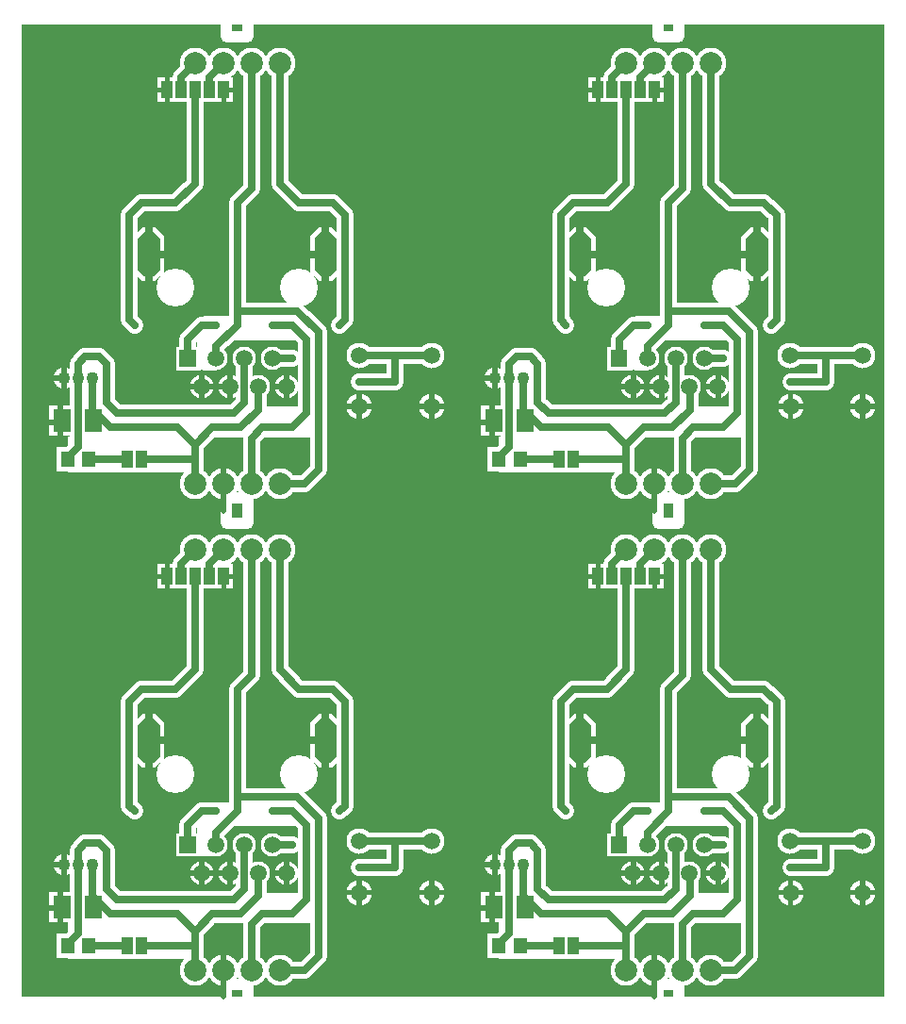
<source format=gbr>
%FSLAX34Y34*%
%MOMM*%
%LNCOPPER_BOTTOM*%
G71*
G01*
%ADD10C, 3.400*%
%ADD11C, 2.100*%
%ADD12C, 1.900*%
%ADD13C, 2.300*%
%ADD14C, 2.800*%
%ADD15C, 1.500*%
%ADD16C, 1.100*%
%ADD17C, 1.000*%
%ADD18C, 0.500*%
%ADD19R, 1.800X2.300*%
%ADD20C, 0.400*%
%ADD21C, 0.100*%
%ADD22C, 0.700*%
%ADD23R, 2.400X2.800*%
%ADD24R, 2.100X2.200*%
%ADD25C, 1.500*%
%ADD26C, 1.100*%
%ADD27C, 2.000*%
%ADD28C, 0.700*%
%ADD29R, 1.000X1.500*%
%ADD30R, 1.600X2.000*%
%ADD31R, 1.300X1.400*%
%LPD*%
G36*
X12Y12D02*
X775012Y12D01*
X775012Y-872988D01*
X12Y-872988D01*
X12Y12D01*
G37*
%LPC*%
X249224Y-236550D02*
G54D10*
D03*
X200012Y-300050D02*
G54D11*
D03*
X187212Y-325450D02*
G54D11*
D03*
X161812Y-325450D02*
G54D11*
D03*
X225412Y-300050D02*
G54D11*
D03*
G36*
X159712Y-310550D02*
X138712Y-310550D01*
X138712Y-289550D01*
X159712Y-289550D01*
X159712Y-310550D01*
G37*
X212612Y-325450D02*
G54D11*
D03*
X238012Y-325450D02*
G54D11*
D03*
X174612Y-300050D02*
G54D11*
D03*
X138100Y-236550D02*
G54D10*
D03*
G36*
X100312Y-190578D02*
X108502Y-182388D01*
X120122Y-182388D01*
X128312Y-190578D01*
X128312Y-222198D01*
X120122Y-230388D01*
X108502Y-230388D01*
X100312Y-222198D01*
X100312Y-190578D01*
G37*
G36*
X259012Y-190578D02*
X267202Y-182388D01*
X278822Y-182388D01*
X287012Y-190578D01*
X287012Y-222198D01*
X278822Y-230388D01*
X267202Y-230388D01*
X259012Y-222198D01*
X259012Y-190578D01*
G37*
X38112Y-317488D02*
G54D12*
D03*
X50787Y-317513D02*
G54D12*
D03*
X63487Y-317513D02*
G54D12*
D03*
X368312Y-342888D02*
G54D13*
D03*
X368287Y-296876D02*
G54D13*
D03*
X303212Y-342888D02*
G54D13*
D03*
X303200Y-297000D02*
G54D13*
D03*
X231762Y-412763D02*
G54D14*
D03*
X206362Y-412763D02*
G54D14*
D03*
X180962Y-412763D02*
G54D14*
D03*
X155562Y-412763D02*
G54D14*
D03*
X155562Y-34938D02*
G54D14*
D03*
X180912Y-34988D02*
G54D14*
D03*
X206362Y-34938D02*
G54D14*
D03*
X231762Y-34938D02*
G54D14*
D03*
G54D15*
X212712Y-327038D02*
X212712Y-346088D01*
X196837Y-361963D01*
X171437Y-361963D01*
X155562Y-377838D01*
X155562Y-409588D01*
G54D15*
X63487Y-317513D02*
X63487Y-346088D01*
X79362Y-361963D01*
X139687Y-361963D01*
X155562Y-377838D01*
G54D15*
X200012Y-298463D02*
X200012Y-339738D01*
X190487Y-349263D01*
X85712Y-349263D01*
X76187Y-339738D01*
G54D15*
X76187Y-339738D02*
X76187Y-304813D01*
X69837Y-298463D01*
G54D15*
X69837Y-298463D02*
X57137Y-298463D01*
X50787Y-304813D01*
X50787Y-317513D01*
G54D15*
X266700Y-300038D02*
X266700Y-400050D01*
X254000Y-412750D01*
X231774Y-412750D01*
X285750Y-269876D02*
G54D16*
D03*
X225412Y-269888D02*
G54D16*
D03*
G54D15*
X266700Y-300038D02*
X266700Y-276226D01*
X247650Y-257176D01*
X101587Y-361963D02*
G54D16*
D03*
X303200Y-320688D02*
G54D16*
D03*
G54D15*
X225412Y-300050D02*
X242874Y-300050D01*
X101600Y-269876D02*
G54D16*
D03*
X174612Y-269888D02*
G54D16*
D03*
X242874Y-300050D02*
G54D16*
D03*
X184200Y-434988D02*
G54D17*
D03*
X184200Y-431813D02*
G54D17*
D03*
X184200Y-428638D02*
G54D17*
D03*
X184200Y-425463D02*
G54D17*
D03*
X187374Y-425463D02*
G54D17*
D03*
X190550Y-425463D02*
G54D17*
D03*
X193724Y-425463D02*
G54D17*
D03*
X196900Y-425463D02*
G54D17*
D03*
X200074Y-425463D02*
G54D17*
D03*
X203250Y-425463D02*
G54D17*
D03*
X203250Y-428638D02*
G54D17*
D03*
X203250Y-431813D02*
G54D17*
D03*
X203250Y-434988D02*
G54D17*
D03*
X184200Y-1600D02*
G54D17*
D03*
X184200Y-4776D02*
G54D17*
D03*
X184200Y-7950D02*
G54D17*
D03*
X184200Y-11126D02*
G54D17*
D03*
X187374Y-11126D02*
G54D17*
D03*
X190550Y-11126D02*
G54D17*
D03*
X193724Y-11126D02*
G54D17*
D03*
X196900Y-11126D02*
G54D17*
D03*
X200074Y-11126D02*
G54D17*
D03*
X203250Y-11126D02*
G54D17*
D03*
X203250Y-7950D02*
G54D17*
D03*
X203250Y-4776D02*
G54D17*
D03*
X203250Y-1600D02*
G54D17*
D03*
X184200Y-436576D02*
G54D17*
D03*
X203250Y-436576D02*
G54D17*
D03*
X203250Y-433400D02*
G54D17*
D03*
X203250Y-430226D02*
G54D17*
D03*
X203250Y-427050D02*
G54D17*
D03*
X201662Y-425463D02*
G54D17*
D03*
X198487Y-425463D02*
G54D17*
D03*
X195312Y-425463D02*
G54D17*
D03*
X192137Y-425463D02*
G54D17*
D03*
X188962Y-425463D02*
G54D17*
D03*
X185787Y-425463D02*
G54D17*
D03*
X184200Y-427050D02*
G54D17*
D03*
X184200Y-430226D02*
G54D17*
D03*
X184200Y-433400D02*
G54D17*
D03*
X184200Y-3188D02*
G54D17*
D03*
X184200Y-6363D02*
G54D17*
D03*
X184200Y-9538D02*
G54D17*
D03*
X185787Y-11126D02*
G54D17*
D03*
X188962Y-11126D02*
G54D17*
D03*
X192137Y-11126D02*
G54D17*
D03*
X195312Y-11126D02*
G54D17*
D03*
X198487Y-11126D02*
G54D17*
D03*
X201662Y-11126D02*
G54D17*
D03*
X203250Y-9538D02*
G54D17*
D03*
X203250Y-6363D02*
G54D17*
D03*
X203250Y-3188D02*
G54D17*
D03*
X184200Y-13D02*
G54D17*
D03*
X203250Y-13D02*
G54D17*
D03*
G54D18*
X161924Y-325438D02*
X147637Y-325438D01*
G54D18*
X187324Y-325438D02*
X161924Y-325438D01*
G54D18*
X227012Y-325438D02*
X238124Y-325438D01*
G54D18*
X161924Y-338138D02*
X161924Y-312738D01*
G54D18*
X187324Y-338138D02*
X187324Y-312738D01*
G54D18*
X238124Y-338138D02*
X238124Y-312738D01*
G54D18*
X180974Y-395288D02*
X180974Y-436563D01*
G54D18*
X33337Y-357188D02*
X17462Y-357188D01*
G54D18*
X38100Y-303213D02*
X38100Y-330200D01*
G54D18*
X36512Y-317500D02*
X19050Y-317500D01*
G54D18*
X34924Y-339726D02*
X34924Y-376238D01*
X168274Y-58738D02*
G54D19*
D03*
X142874Y-58738D02*
G54D19*
D03*
X180974Y-58738D02*
G54D19*
D03*
X155574Y-58738D02*
G54D19*
D03*
G54D15*
X155574Y-34926D02*
X142874Y-47626D01*
X142874Y-53976D01*
G54D15*
X180974Y-34926D02*
X168274Y-47626D01*
X168274Y-55563D01*
X130174Y-58738D02*
G54D19*
D03*
G54D20*
X180974Y-58738D02*
X180974Y-73026D01*
G54D20*
X180974Y-58738D02*
X193674Y-58738D01*
G54D20*
X130174Y-58738D02*
X115887Y-58738D01*
G54D20*
X130174Y-41276D02*
X130174Y-76200D01*
G36*
X55512Y-342888D02*
X273012Y-342888D01*
X273012Y-369888D01*
X55512Y-369888D01*
X55512Y-342888D01*
G37*
G54D21*
X55512Y-342888D02*
X273012Y-342888D01*
X273012Y-369888D01*
X55512Y-369888D01*
X55512Y-342888D01*
G54D15*
X155574Y-58738D02*
X155574Y-142876D01*
X138112Y-160338D01*
G54D15*
X138112Y-160338D02*
X107950Y-160338D01*
X96837Y-171450D01*
G54D15*
X231774Y-34926D02*
X231774Y-142876D01*
X249237Y-160338D01*
G54D15*
X249237Y-160338D02*
X279400Y-160338D01*
X290512Y-171450D01*
G54D15*
X303212Y-296863D02*
X368300Y-296863D01*
G54D15*
X149224Y-300038D02*
X149224Y-282576D01*
X161924Y-269876D01*
X174624Y-269876D01*
G54D15*
X225424Y-269876D02*
X242887Y-269876D01*
X255587Y-282576D01*
G54D15*
X255587Y-282576D02*
X255587Y-349250D01*
X242887Y-361950D01*
G54D15*
X242887Y-361950D02*
X215900Y-361950D01*
X206374Y-371476D01*
X206374Y-412750D01*
G54D15*
X247650Y-257176D02*
X193674Y-257176D01*
G54D15*
X290512Y-171450D02*
X290512Y-265113D01*
X285750Y-269876D01*
G54D15*
X303212Y-320676D02*
X334962Y-320676D01*
X334962Y-296863D01*
G36*
X157212Y-274588D02*
X174612Y-274588D01*
X174612Y-309588D01*
X157212Y-309588D01*
X157212Y-274588D01*
G37*
G54D21*
X157212Y-274588D02*
X174612Y-274588D01*
X174612Y-309588D01*
X157212Y-309588D01*
X157212Y-274588D01*
G36*
X52412Y-301588D02*
X74612Y-301588D01*
X74612Y-311188D01*
X52412Y-311188D01*
X52412Y-299988D01*
X52412Y-301588D01*
G37*
G54D21*
X52412Y-301588D02*
X74612Y-301588D01*
X74612Y-311188D01*
X52412Y-311188D01*
X52412Y-299988D01*
X52412Y-301588D01*
G54D22*
X114300Y-206376D02*
X134937Y-206376D01*
G54D22*
X252412Y-206376D02*
X273050Y-206376D01*
G54D22*
X114300Y-177800D02*
X114300Y-233363D01*
G54D22*
X273050Y-177800D02*
X273050Y-233363D01*
G36*
X247612Y-282588D02*
X163512Y-282588D01*
X163512Y-261988D01*
X247612Y-261988D01*
X247612Y-282588D01*
G37*
G54D21*
X247612Y-282588D02*
X163512Y-282588D01*
X163512Y-261988D01*
X247612Y-261988D01*
X247612Y-282588D01*
G54D15*
X96750Y-171450D02*
X96750Y-265113D01*
X101512Y-269876D01*
G54D15*
X174624Y-298450D02*
X174624Y-288926D01*
X193674Y-269876D01*
X193674Y-160338D01*
G54D15*
X193674Y-160338D02*
X206374Y-147638D01*
X206374Y-34926D01*
G54D15*
X50800Y-317500D02*
X50800Y-379413D01*
X39687Y-390526D01*
X95250Y-390526D02*
G54D19*
D03*
X107950Y-390526D02*
G54D19*
D03*
G54D15*
X61912Y-390526D02*
X95250Y-390526D01*
G54D15*
X155574Y-390526D02*
X107950Y-390526D01*
G36*
X41312Y-369876D02*
X150812Y-369888D01*
X150812Y-401676D01*
X41274Y-401638D01*
X41312Y-369876D01*
G37*
G54D21*
X41312Y-369876D02*
X150812Y-369888D01*
X150812Y-401676D01*
X41274Y-401638D01*
X41312Y-369876D01*
X36512Y-355600D02*
G54D23*
D03*
X64512Y-355600D02*
G54D23*
D03*
X41275Y-390525D02*
G54D24*
D03*
X60275Y-390525D02*
G54D24*
D03*
X636574Y-236550D02*
G54D10*
D03*
X587362Y-300050D02*
G54D11*
D03*
X574562Y-325450D02*
G54D11*
D03*
X549162Y-325450D02*
G54D11*
D03*
X612762Y-300050D02*
G54D11*
D03*
G36*
X547062Y-310550D02*
X526062Y-310550D01*
X526062Y-289550D01*
X547062Y-289550D01*
X547062Y-310550D01*
G37*
X599962Y-325450D02*
G54D11*
D03*
X625362Y-325450D02*
G54D11*
D03*
X561962Y-300050D02*
G54D11*
D03*
X525450Y-236550D02*
G54D10*
D03*
G36*
X487662Y-190578D02*
X495852Y-182388D01*
X507472Y-182388D01*
X515662Y-190578D01*
X515662Y-222198D01*
X507472Y-230388D01*
X495852Y-230388D01*
X487662Y-222198D01*
X487662Y-190578D01*
G37*
G36*
X646362Y-190578D02*
X654552Y-182388D01*
X666172Y-182388D01*
X674362Y-190578D01*
X674362Y-222198D01*
X666172Y-230388D01*
X654552Y-230388D01*
X646362Y-222198D01*
X646362Y-190578D01*
G37*
X425462Y-317488D02*
G54D12*
D03*
X438137Y-317513D02*
G54D12*
D03*
X450837Y-317513D02*
G54D12*
D03*
X755662Y-342888D02*
G54D13*
D03*
X755637Y-296876D02*
G54D13*
D03*
X690562Y-342888D02*
G54D13*
D03*
X690550Y-297000D02*
G54D13*
D03*
X619112Y-412763D02*
G54D14*
D03*
X593712Y-412763D02*
G54D14*
D03*
X568312Y-412763D02*
G54D14*
D03*
X542912Y-412763D02*
G54D14*
D03*
X542912Y-34938D02*
G54D14*
D03*
X568262Y-34988D02*
G54D14*
D03*
X593712Y-34938D02*
G54D14*
D03*
X619112Y-34938D02*
G54D14*
D03*
G54D15*
X600062Y-327038D02*
X600062Y-346088D01*
X584187Y-361963D01*
X558787Y-361963D01*
X542912Y-377838D01*
X542912Y-409588D01*
G54D15*
X450837Y-317513D02*
X450837Y-346088D01*
X466712Y-361963D01*
X527037Y-361963D01*
X542912Y-377838D01*
G54D15*
X587362Y-298463D02*
X587362Y-339738D01*
X577837Y-349263D01*
X473062Y-349263D01*
X463537Y-339738D01*
G54D15*
X463537Y-339738D02*
X463537Y-304813D01*
X457187Y-298463D01*
G54D15*
X457187Y-298463D02*
X444487Y-298463D01*
X438137Y-304813D01*
X438137Y-317513D01*
G54D15*
X654050Y-300038D02*
X654050Y-400050D01*
X641350Y-412750D01*
X619124Y-412750D01*
X673100Y-269876D02*
G54D16*
D03*
X612762Y-269888D02*
G54D16*
D03*
G54D15*
X654050Y-300038D02*
X654050Y-276226D01*
X635000Y-257176D01*
X488937Y-361963D02*
G54D16*
D03*
X690550Y-320688D02*
G54D16*
D03*
G54D15*
X612762Y-300050D02*
X630224Y-300050D01*
X488950Y-269876D02*
G54D16*
D03*
X561962Y-269888D02*
G54D16*
D03*
X630224Y-300050D02*
G54D16*
D03*
X571550Y-434988D02*
G54D17*
D03*
X571550Y-431813D02*
G54D17*
D03*
X571550Y-428638D02*
G54D17*
D03*
X571550Y-425463D02*
G54D17*
D03*
X574724Y-425463D02*
G54D17*
D03*
X577900Y-425463D02*
G54D17*
D03*
X581074Y-425463D02*
G54D17*
D03*
X584250Y-425463D02*
G54D17*
D03*
X587424Y-425463D02*
G54D17*
D03*
X590600Y-425463D02*
G54D17*
D03*
X590600Y-428638D02*
G54D17*
D03*
X590600Y-431813D02*
G54D17*
D03*
X590600Y-434988D02*
G54D17*
D03*
X571550Y-1600D02*
G54D17*
D03*
X571550Y-4776D02*
G54D17*
D03*
X571550Y-7950D02*
G54D17*
D03*
X571550Y-11126D02*
G54D17*
D03*
X574724Y-11126D02*
G54D17*
D03*
X577900Y-11126D02*
G54D17*
D03*
X581074Y-11126D02*
G54D17*
D03*
X584250Y-11126D02*
G54D17*
D03*
X587424Y-11126D02*
G54D17*
D03*
X590600Y-11126D02*
G54D17*
D03*
X590600Y-7950D02*
G54D17*
D03*
X590600Y-4776D02*
G54D17*
D03*
X590600Y-1600D02*
G54D17*
D03*
X571550Y-436576D02*
G54D17*
D03*
X590600Y-436576D02*
G54D17*
D03*
X590600Y-433400D02*
G54D17*
D03*
X590600Y-430226D02*
G54D17*
D03*
X590600Y-427050D02*
G54D17*
D03*
X589012Y-425463D02*
G54D17*
D03*
X585837Y-425463D02*
G54D17*
D03*
X582662Y-425463D02*
G54D17*
D03*
X579487Y-425463D02*
G54D17*
D03*
X576312Y-425463D02*
G54D17*
D03*
X573137Y-425463D02*
G54D17*
D03*
X571550Y-427050D02*
G54D17*
D03*
X571550Y-430226D02*
G54D17*
D03*
X571550Y-433400D02*
G54D17*
D03*
X571550Y-3188D02*
G54D17*
D03*
X571550Y-6363D02*
G54D17*
D03*
X571550Y-9538D02*
G54D17*
D03*
X573137Y-11126D02*
G54D17*
D03*
X576312Y-11126D02*
G54D17*
D03*
X579487Y-11126D02*
G54D17*
D03*
X582662Y-11126D02*
G54D17*
D03*
X585837Y-11126D02*
G54D17*
D03*
X589012Y-11126D02*
G54D17*
D03*
X590600Y-9538D02*
G54D17*
D03*
X590600Y-6363D02*
G54D17*
D03*
X590600Y-3188D02*
G54D17*
D03*
X571550Y-13D02*
G54D17*
D03*
X590600Y-13D02*
G54D17*
D03*
G54D18*
X549274Y-325438D02*
X534987Y-325438D01*
G54D18*
X574674Y-325438D02*
X549274Y-325438D01*
G54D18*
X614362Y-325438D02*
X625474Y-325438D01*
G54D18*
X549274Y-338138D02*
X549274Y-312738D01*
G54D18*
X574674Y-338138D02*
X574674Y-312738D01*
G54D18*
X625474Y-338138D02*
X625474Y-312738D01*
G54D18*
X568324Y-395288D02*
X568324Y-436563D01*
G54D18*
X420687Y-357188D02*
X404812Y-357188D01*
G54D18*
X425450Y-303213D02*
X425450Y-330200D01*
G54D18*
X423862Y-317500D02*
X406400Y-317500D01*
G54D18*
X422274Y-339726D02*
X422274Y-376238D01*
X555624Y-58738D02*
G54D19*
D03*
X530224Y-58738D02*
G54D19*
D03*
X568324Y-58738D02*
G54D19*
D03*
X542924Y-58738D02*
G54D19*
D03*
G54D15*
X542924Y-34926D02*
X530224Y-47626D01*
X530224Y-53976D01*
G54D15*
X568324Y-34926D02*
X555624Y-47626D01*
X555624Y-55563D01*
X517524Y-58738D02*
G54D19*
D03*
G54D20*
X568324Y-58738D02*
X568324Y-73026D01*
G54D20*
X568324Y-58738D02*
X581024Y-58738D01*
G54D20*
X517524Y-58738D02*
X503237Y-58738D01*
G54D20*
X517524Y-41276D02*
X517524Y-76200D01*
G36*
X442862Y-342888D02*
X660362Y-342888D01*
X660362Y-369888D01*
X442862Y-369888D01*
X442862Y-342888D01*
G37*
G54D21*
X442862Y-342888D02*
X660362Y-342888D01*
X660362Y-369888D01*
X442862Y-369888D01*
X442862Y-342888D01*
G54D15*
X542924Y-58738D02*
X542924Y-142876D01*
X525462Y-160338D01*
G54D15*
X525462Y-160338D02*
X495300Y-160338D01*
X484187Y-171450D01*
G54D15*
X619124Y-34926D02*
X619124Y-142876D01*
X636587Y-160338D01*
G54D15*
X636587Y-160338D02*
X666750Y-160338D01*
X677862Y-171450D01*
G54D15*
X690562Y-296863D02*
X755650Y-296863D01*
G54D15*
X536574Y-300038D02*
X536574Y-282576D01*
X549274Y-269876D01*
X561974Y-269876D01*
G54D15*
X612774Y-269876D02*
X630237Y-269876D01*
X642937Y-282576D01*
G54D15*
X642937Y-282576D02*
X642937Y-349250D01*
X630237Y-361950D01*
G54D15*
X630237Y-361950D02*
X603250Y-361950D01*
X593724Y-371476D01*
X593724Y-412750D01*
G54D15*
X635000Y-257176D02*
X581024Y-257176D01*
G54D15*
X677862Y-171450D02*
X677862Y-265113D01*
X673100Y-269876D01*
G54D15*
X690562Y-320676D02*
X722312Y-320676D01*
X722312Y-296863D01*
G36*
X544562Y-274588D02*
X561962Y-274588D01*
X561962Y-309588D01*
X544562Y-309588D01*
X544562Y-274588D01*
G37*
G54D21*
X544562Y-274588D02*
X561962Y-274588D01*
X561962Y-309588D01*
X544562Y-309588D01*
X544562Y-274588D01*
G36*
X439762Y-301588D02*
X461962Y-301588D01*
X461962Y-311188D01*
X439762Y-311188D01*
X439762Y-299988D01*
X439762Y-301588D01*
G37*
G54D21*
X439762Y-301588D02*
X461962Y-301588D01*
X461962Y-311188D01*
X439762Y-311188D01*
X439762Y-299988D01*
X439762Y-301588D01*
G54D22*
X501650Y-206376D02*
X522287Y-206376D01*
G54D22*
X639762Y-206376D02*
X660400Y-206376D01*
G54D22*
X501650Y-177800D02*
X501650Y-233363D01*
G54D22*
X660400Y-177800D02*
X660400Y-233363D01*
G36*
X634962Y-282588D02*
X550862Y-282588D01*
X550862Y-261988D01*
X634962Y-261988D01*
X634962Y-282588D01*
G37*
G54D21*
X634962Y-282588D02*
X550862Y-282588D01*
X550862Y-261988D01*
X634962Y-261988D01*
X634962Y-282588D01*
G54D15*
X484100Y-171450D02*
X484100Y-265113D01*
X488862Y-269876D01*
G54D15*
X561974Y-298450D02*
X561974Y-288926D01*
X581024Y-269876D01*
X581024Y-160338D01*
G54D15*
X581024Y-160338D02*
X593724Y-147638D01*
X593724Y-34926D01*
G54D15*
X438150Y-317500D02*
X438150Y-379413D01*
X427037Y-390526D01*
X482600Y-390526D02*
G54D19*
D03*
X495300Y-390526D02*
G54D19*
D03*
G54D15*
X449262Y-390526D02*
X482600Y-390526D01*
G54D15*
X542924Y-390526D02*
X495300Y-390526D01*
G36*
X428662Y-369876D02*
X538162Y-369888D01*
X538162Y-401676D01*
X428624Y-401638D01*
X428662Y-369876D01*
G37*
G54D21*
X428662Y-369876D02*
X538162Y-369888D01*
X538162Y-401676D01*
X428624Y-401638D01*
X428662Y-369876D01*
X423862Y-355600D02*
G54D23*
D03*
X451862Y-355600D02*
G54D23*
D03*
X428625Y-390525D02*
G54D24*
D03*
X447625Y-390525D02*
G54D24*
D03*
X249224Y-673113D02*
G54D10*
D03*
X200012Y-736613D02*
G54D11*
D03*
X187212Y-762013D02*
G54D11*
D03*
X161812Y-762013D02*
G54D11*
D03*
X225412Y-736613D02*
G54D11*
D03*
G36*
X159712Y-747113D02*
X138712Y-747113D01*
X138712Y-726113D01*
X159712Y-726113D01*
X159712Y-747113D01*
G37*
X212612Y-762013D02*
G54D11*
D03*
X238012Y-762013D02*
G54D11*
D03*
X174612Y-736613D02*
G54D11*
D03*
X138100Y-673113D02*
G54D10*
D03*
G36*
X100312Y-627140D02*
X108502Y-618950D01*
X120122Y-618950D01*
X128312Y-627140D01*
X128312Y-658760D01*
X120122Y-666950D01*
X108502Y-666950D01*
X100312Y-658760D01*
X100312Y-627140D01*
G37*
G36*
X259012Y-627140D02*
X267202Y-618950D01*
X278822Y-618950D01*
X287012Y-627140D01*
X287012Y-658760D01*
X278822Y-666950D01*
X267202Y-666950D01*
X259012Y-658760D01*
X259012Y-627140D01*
G37*
X38112Y-754050D02*
G54D12*
D03*
X50787Y-754076D02*
G54D12*
D03*
X63487Y-754076D02*
G54D12*
D03*
X368312Y-779450D02*
G54D13*
D03*
X368287Y-733438D02*
G54D13*
D03*
X303212Y-779450D02*
G54D13*
D03*
X303200Y-733563D02*
G54D13*
D03*
X231762Y-849326D02*
G54D14*
D03*
X206362Y-849326D02*
G54D14*
D03*
X180962Y-849326D02*
G54D14*
D03*
X155562Y-849326D02*
G54D14*
D03*
X155562Y-471500D02*
G54D14*
D03*
X180912Y-471550D02*
G54D14*
D03*
X206362Y-471500D02*
G54D14*
D03*
X231762Y-471500D02*
G54D14*
D03*
G54D15*
X212712Y-763600D02*
X212712Y-782650D01*
X196837Y-798526D01*
X171437Y-798526D01*
X155562Y-814400D01*
X155562Y-846150D01*
G54D15*
X63487Y-754076D02*
X63487Y-782650D01*
X79362Y-798526D01*
X139687Y-798526D01*
X155562Y-814400D01*
G54D15*
X200012Y-735026D02*
X200012Y-776300D01*
X190487Y-785826D01*
X85712Y-785826D01*
X76187Y-776300D01*
G54D15*
X76187Y-776300D02*
X76187Y-741376D01*
X69837Y-735026D01*
G54D15*
X69837Y-735026D02*
X57137Y-735026D01*
X50787Y-741376D01*
X50787Y-754076D01*
G54D15*
X266700Y-736600D02*
X266700Y-836613D01*
X254000Y-849313D01*
X231774Y-849313D01*
X285750Y-706438D02*
G54D16*
D03*
X225412Y-706450D02*
G54D16*
D03*
G54D15*
X266700Y-736600D02*
X266700Y-712788D01*
X247650Y-693738D01*
X101587Y-798526D02*
G54D16*
D03*
X303200Y-757250D02*
G54D16*
D03*
G54D15*
X225412Y-736613D02*
X242874Y-736613D01*
X101600Y-706438D02*
G54D16*
D03*
X174612Y-706450D02*
G54D16*
D03*
X242874Y-736613D02*
G54D16*
D03*
X184200Y-871550D02*
G54D17*
D03*
X184200Y-868376D02*
G54D17*
D03*
X184200Y-865200D02*
G54D17*
D03*
X184200Y-862026D02*
G54D17*
D03*
X187374Y-862026D02*
G54D17*
D03*
X190550Y-862026D02*
G54D17*
D03*
X193724Y-862026D02*
G54D17*
D03*
X196900Y-862026D02*
G54D17*
D03*
X200074Y-862026D02*
G54D17*
D03*
X203250Y-862026D02*
G54D17*
D03*
X203250Y-865200D02*
G54D17*
D03*
X203250Y-868376D02*
G54D17*
D03*
X203250Y-871550D02*
G54D17*
D03*
X184200Y-438163D02*
G54D17*
D03*
X184200Y-441338D02*
G54D17*
D03*
X184200Y-444513D02*
G54D17*
D03*
X184200Y-447688D02*
G54D17*
D03*
X187374Y-447688D02*
G54D17*
D03*
X190550Y-447688D02*
G54D17*
D03*
X193724Y-447688D02*
G54D17*
D03*
X196900Y-447688D02*
G54D17*
D03*
X200074Y-447688D02*
G54D17*
D03*
X203250Y-447688D02*
G54D17*
D03*
X203250Y-444513D02*
G54D17*
D03*
X203250Y-441338D02*
G54D17*
D03*
X203250Y-438163D02*
G54D17*
D03*
X184200Y-873138D02*
G54D17*
D03*
X203250Y-873138D02*
G54D17*
D03*
X203250Y-869963D02*
G54D17*
D03*
X203250Y-866788D02*
G54D17*
D03*
X203250Y-863613D02*
G54D17*
D03*
X201662Y-862026D02*
G54D17*
D03*
X198487Y-862026D02*
G54D17*
D03*
X195312Y-862026D02*
G54D17*
D03*
X192137Y-862026D02*
G54D17*
D03*
X188962Y-862026D02*
G54D17*
D03*
X185787Y-862026D02*
G54D17*
D03*
X184200Y-863613D02*
G54D17*
D03*
X184200Y-866788D02*
G54D17*
D03*
X184200Y-869963D02*
G54D17*
D03*
X184200Y-439750D02*
G54D17*
D03*
X184200Y-442926D02*
G54D17*
D03*
X184200Y-446100D02*
G54D17*
D03*
X185787Y-447688D02*
G54D17*
D03*
X188962Y-447688D02*
G54D17*
D03*
X192137Y-447688D02*
G54D17*
D03*
X195312Y-447688D02*
G54D17*
D03*
X198487Y-447688D02*
G54D17*
D03*
X201662Y-447688D02*
G54D17*
D03*
X203250Y-446100D02*
G54D17*
D03*
X203250Y-442926D02*
G54D17*
D03*
X203250Y-439750D02*
G54D17*
D03*
X184200Y-436576D02*
G54D17*
D03*
X203250Y-436576D02*
G54D17*
D03*
G54D18*
X161924Y-762000D02*
X147637Y-762000D01*
G54D18*
X187324Y-762000D02*
X161924Y-762000D01*
G54D18*
X227012Y-762000D02*
X238124Y-762000D01*
G54D18*
X161924Y-774700D02*
X161924Y-749300D01*
G54D18*
X187324Y-774700D02*
X187324Y-749300D01*
G54D18*
X238124Y-774700D02*
X238124Y-749300D01*
G54D18*
X180974Y-831850D02*
X180974Y-873126D01*
G54D18*
X33337Y-793750D02*
X17462Y-793750D01*
G54D18*
X38100Y-739776D02*
X38100Y-766763D01*
G54D18*
X36512Y-754063D02*
X19050Y-754063D01*
G54D18*
X34924Y-776288D02*
X34924Y-812800D01*
X168274Y-495300D02*
G54D19*
D03*
X142874Y-495300D02*
G54D19*
D03*
X180974Y-495300D02*
G54D19*
D03*
X155574Y-495300D02*
G54D19*
D03*
G54D15*
X155574Y-471488D02*
X142874Y-484188D01*
X142874Y-490538D01*
G54D15*
X180974Y-471488D02*
X168274Y-484188D01*
X168274Y-492126D01*
X130174Y-495300D02*
G54D19*
D03*
G54D20*
X180974Y-495300D02*
X180974Y-509588D01*
G54D20*
X180974Y-495300D02*
X193674Y-495300D01*
G54D20*
X130174Y-495300D02*
X115887Y-495300D01*
G54D20*
X130174Y-477838D02*
X130174Y-512763D01*
G36*
X55512Y-779450D02*
X273012Y-779450D01*
X273012Y-806450D01*
X55512Y-806450D01*
X55512Y-779450D01*
G37*
G54D21*
X55512Y-779450D02*
X273012Y-779450D01*
X273012Y-806450D01*
X55512Y-806450D01*
X55512Y-779450D01*
G54D15*
X155574Y-495300D02*
X155574Y-579438D01*
X138112Y-596900D01*
G54D15*
X138112Y-596900D02*
X107950Y-596900D01*
X96837Y-608013D01*
G54D15*
X231774Y-471488D02*
X231774Y-579438D01*
X249237Y-596900D01*
G54D15*
X249237Y-596900D02*
X279400Y-596900D01*
X290512Y-608013D01*
G54D15*
X303212Y-733426D02*
X368300Y-733426D01*
G54D15*
X149224Y-736600D02*
X149224Y-719138D01*
X161924Y-706438D01*
X174624Y-706438D01*
G54D15*
X225424Y-706438D02*
X242887Y-706438D01*
X255587Y-719138D01*
G54D15*
X255587Y-719138D02*
X255587Y-785813D01*
X242887Y-798513D01*
G54D15*
X242887Y-798513D02*
X215900Y-798513D01*
X206374Y-808038D01*
X206374Y-849313D01*
G54D15*
X247650Y-693738D02*
X193674Y-693738D01*
G54D15*
X290512Y-608013D02*
X290512Y-701676D01*
X285750Y-706438D01*
G54D15*
X303212Y-757238D02*
X334962Y-757238D01*
X334962Y-733426D01*
G36*
X157212Y-711150D02*
X174612Y-711150D01*
X174612Y-746150D01*
X157212Y-746150D01*
X157212Y-711150D01*
G37*
G54D21*
X157212Y-711150D02*
X174612Y-711150D01*
X174612Y-746150D01*
X157212Y-746150D01*
X157212Y-711150D01*
G36*
X52412Y-738150D02*
X74612Y-738150D01*
X74612Y-747750D01*
X52412Y-747750D01*
X52412Y-736550D01*
X52412Y-738150D01*
G37*
G54D21*
X52412Y-738150D02*
X74612Y-738150D01*
X74612Y-747750D01*
X52412Y-747750D01*
X52412Y-736550D01*
X52412Y-738150D01*
G54D22*
X114300Y-642938D02*
X134937Y-642938D01*
G54D22*
X252412Y-642938D02*
X273050Y-642938D01*
G54D22*
X114300Y-614363D02*
X114300Y-669926D01*
G54D22*
X273050Y-614363D02*
X273050Y-669926D01*
G36*
X247612Y-719150D02*
X163512Y-719150D01*
X163512Y-698550D01*
X247612Y-698550D01*
X247612Y-719150D01*
G37*
G54D21*
X247612Y-719150D02*
X163512Y-719150D01*
X163512Y-698550D01*
X247612Y-698550D01*
X247612Y-719150D01*
G54D15*
X96750Y-608013D02*
X96750Y-701676D01*
X101512Y-706438D01*
G54D15*
X174624Y-735013D02*
X174624Y-725488D01*
X193674Y-706438D01*
X193674Y-596900D01*
G54D15*
X193674Y-596900D02*
X206374Y-584200D01*
X206374Y-471488D01*
G54D15*
X50800Y-754063D02*
X50800Y-815976D01*
X39687Y-827088D01*
X95250Y-827088D02*
G54D19*
D03*
X107950Y-827088D02*
G54D19*
D03*
G54D15*
X61912Y-827088D02*
X95250Y-827088D01*
G54D15*
X155574Y-827088D02*
X107950Y-827088D01*
G36*
X41312Y-806438D02*
X150812Y-806450D01*
X150812Y-838238D01*
X41274Y-838200D01*
X41312Y-806438D01*
G37*
G54D21*
X41312Y-806438D02*
X150812Y-806450D01*
X150812Y-838238D01*
X41274Y-838200D01*
X41312Y-806438D01*
X36512Y-792162D02*
G54D23*
D03*
X64512Y-792162D02*
G54D23*
D03*
X41275Y-827088D02*
G54D24*
D03*
X60275Y-827088D02*
G54D24*
D03*
X636574Y-673113D02*
G54D10*
D03*
X587362Y-736613D02*
G54D11*
D03*
X574562Y-762013D02*
G54D11*
D03*
X549162Y-762013D02*
G54D11*
D03*
X612762Y-736613D02*
G54D11*
D03*
G36*
X547062Y-747113D02*
X526062Y-747113D01*
X526062Y-726113D01*
X547062Y-726113D01*
X547062Y-747113D01*
G37*
X599962Y-762013D02*
G54D11*
D03*
X625362Y-762013D02*
G54D11*
D03*
X561962Y-736613D02*
G54D11*
D03*
X525450Y-673113D02*
G54D10*
D03*
G36*
X487662Y-627140D02*
X495852Y-618950D01*
X507472Y-618950D01*
X515662Y-627140D01*
X515662Y-658760D01*
X507472Y-666950D01*
X495852Y-666950D01*
X487662Y-658760D01*
X487662Y-627140D01*
G37*
G36*
X646362Y-627140D02*
X654552Y-618950D01*
X666172Y-618950D01*
X674362Y-627140D01*
X674362Y-658760D01*
X666172Y-666950D01*
X654552Y-666950D01*
X646362Y-658760D01*
X646362Y-627140D01*
G37*
X425462Y-754050D02*
G54D12*
D03*
X438137Y-754076D02*
G54D12*
D03*
X450837Y-754076D02*
G54D12*
D03*
X755662Y-779450D02*
G54D13*
D03*
X755637Y-733438D02*
G54D13*
D03*
X690562Y-779450D02*
G54D13*
D03*
X690550Y-733563D02*
G54D13*
D03*
X619112Y-849326D02*
G54D14*
D03*
X593712Y-849326D02*
G54D14*
D03*
X568312Y-849326D02*
G54D14*
D03*
X542912Y-849326D02*
G54D14*
D03*
X542912Y-471500D02*
G54D14*
D03*
X568262Y-471550D02*
G54D14*
D03*
X593712Y-471500D02*
G54D14*
D03*
X619112Y-471500D02*
G54D14*
D03*
G54D15*
X600062Y-763600D02*
X600062Y-782650D01*
X584187Y-798526D01*
X558787Y-798526D01*
X542912Y-814400D01*
X542912Y-846150D01*
G54D15*
X450837Y-754076D02*
X450837Y-782650D01*
X466712Y-798526D01*
X527037Y-798526D01*
X542912Y-814400D01*
G54D15*
X587362Y-735026D02*
X587362Y-776300D01*
X577837Y-785826D01*
X473062Y-785826D01*
X463537Y-776300D01*
G54D15*
X463537Y-776300D02*
X463537Y-741376D01*
X457187Y-735026D01*
G54D15*
X457187Y-735026D02*
X444487Y-735026D01*
X438137Y-741376D01*
X438137Y-754076D01*
G54D15*
X654050Y-736600D02*
X654050Y-836613D01*
X641350Y-849313D01*
X619124Y-849313D01*
X673100Y-706438D02*
G54D16*
D03*
X612762Y-706450D02*
G54D16*
D03*
G54D15*
X654050Y-736600D02*
X654050Y-712788D01*
X635000Y-693738D01*
X488937Y-798526D02*
G54D16*
D03*
X690550Y-757250D02*
G54D16*
D03*
G54D15*
X612762Y-736613D02*
X630224Y-736613D01*
X488950Y-706438D02*
G54D16*
D03*
X561962Y-706450D02*
G54D16*
D03*
X630224Y-736613D02*
G54D16*
D03*
X571550Y-871550D02*
G54D17*
D03*
X571550Y-868376D02*
G54D17*
D03*
X571550Y-865200D02*
G54D17*
D03*
X571550Y-862026D02*
G54D17*
D03*
X574724Y-862026D02*
G54D17*
D03*
X577900Y-862026D02*
G54D17*
D03*
X581074Y-862026D02*
G54D17*
D03*
X584250Y-862026D02*
G54D17*
D03*
X587424Y-862026D02*
G54D17*
D03*
X590600Y-862026D02*
G54D17*
D03*
X590600Y-865200D02*
G54D17*
D03*
X590600Y-868376D02*
G54D17*
D03*
X590600Y-871550D02*
G54D17*
D03*
X571550Y-438163D02*
G54D17*
D03*
X571550Y-441338D02*
G54D17*
D03*
X571550Y-444513D02*
G54D17*
D03*
X571550Y-447688D02*
G54D17*
D03*
X574724Y-447688D02*
G54D17*
D03*
X577900Y-447688D02*
G54D17*
D03*
X581074Y-447688D02*
G54D17*
D03*
X584250Y-447688D02*
G54D17*
D03*
X587424Y-447688D02*
G54D17*
D03*
X590600Y-447688D02*
G54D17*
D03*
X590600Y-444513D02*
G54D17*
D03*
X590600Y-441338D02*
G54D17*
D03*
X590600Y-438163D02*
G54D17*
D03*
X571550Y-873138D02*
G54D17*
D03*
X590600Y-873138D02*
G54D17*
D03*
X590600Y-869963D02*
G54D17*
D03*
X590600Y-866788D02*
G54D17*
D03*
X590600Y-863613D02*
G54D17*
D03*
X589012Y-862026D02*
G54D17*
D03*
X585837Y-862026D02*
G54D17*
D03*
X582662Y-862026D02*
G54D17*
D03*
X579487Y-862026D02*
G54D17*
D03*
X576312Y-862026D02*
G54D17*
D03*
X573137Y-862026D02*
G54D17*
D03*
X571550Y-863613D02*
G54D17*
D03*
X571550Y-866788D02*
G54D17*
D03*
X571550Y-869963D02*
G54D17*
D03*
X571550Y-439750D02*
G54D17*
D03*
X571550Y-442926D02*
G54D17*
D03*
X571550Y-446100D02*
G54D17*
D03*
X573137Y-447688D02*
G54D17*
D03*
X576312Y-447688D02*
G54D17*
D03*
X579487Y-447688D02*
G54D17*
D03*
X582662Y-447688D02*
G54D17*
D03*
X585837Y-447688D02*
G54D17*
D03*
X589012Y-447688D02*
G54D17*
D03*
X590600Y-446100D02*
G54D17*
D03*
X590600Y-442926D02*
G54D17*
D03*
X590600Y-439750D02*
G54D17*
D03*
X571550Y-436576D02*
G54D17*
D03*
X590600Y-436576D02*
G54D17*
D03*
G54D18*
X549274Y-762000D02*
X534987Y-762000D01*
G54D18*
X574674Y-762000D02*
X549274Y-762000D01*
G54D18*
X614362Y-762000D02*
X625474Y-762000D01*
G54D18*
X549274Y-774700D02*
X549274Y-749300D01*
G54D18*
X574674Y-774700D02*
X574674Y-749300D01*
G54D18*
X625474Y-774700D02*
X625474Y-749300D01*
G54D18*
X568324Y-831850D02*
X568324Y-873126D01*
G54D18*
X420687Y-793750D02*
X404812Y-793750D01*
G54D18*
X425450Y-739776D02*
X425450Y-766763D01*
G54D18*
X423862Y-754063D02*
X406400Y-754063D01*
G54D18*
X422274Y-776288D02*
X422274Y-812800D01*
X555624Y-495300D02*
G54D19*
D03*
X530224Y-495300D02*
G54D19*
D03*
X568324Y-495300D02*
G54D19*
D03*
X542924Y-495300D02*
G54D19*
D03*
G54D15*
X542924Y-471488D02*
X530224Y-484188D01*
X530224Y-490538D01*
G54D15*
X568324Y-471488D02*
X555624Y-484188D01*
X555624Y-492126D01*
X517524Y-495300D02*
G54D19*
D03*
G54D20*
X568324Y-495300D02*
X568324Y-509588D01*
G54D20*
X568324Y-495300D02*
X581024Y-495300D01*
G54D20*
X517524Y-495300D02*
X503237Y-495300D01*
G54D20*
X517524Y-477838D02*
X517524Y-512763D01*
G36*
X442862Y-779450D02*
X660362Y-779450D01*
X660362Y-806450D01*
X442862Y-806450D01*
X442862Y-779450D01*
G37*
G54D21*
X442862Y-779450D02*
X660362Y-779450D01*
X660362Y-806450D01*
X442862Y-806450D01*
X442862Y-779450D01*
G54D15*
X542924Y-495300D02*
X542924Y-579438D01*
X525462Y-596900D01*
G54D15*
X525462Y-596900D02*
X495300Y-596900D01*
X484187Y-608013D01*
G54D15*
X619124Y-471488D02*
X619124Y-579438D01*
X636587Y-596900D01*
G54D15*
X636587Y-596900D02*
X666750Y-596900D01*
X677862Y-608013D01*
G54D15*
X690562Y-733426D02*
X755650Y-733426D01*
G54D15*
X536574Y-736600D02*
X536574Y-719138D01*
X549274Y-706438D01*
X561974Y-706438D01*
G54D15*
X612774Y-706438D02*
X630237Y-706438D01*
X642937Y-719138D01*
G54D15*
X642937Y-719138D02*
X642937Y-785813D01*
X630237Y-798513D01*
G54D15*
X630237Y-798513D02*
X603250Y-798513D01*
X593724Y-808038D01*
X593724Y-849313D01*
G54D15*
X635000Y-693738D02*
X581024Y-693738D01*
G54D15*
X677862Y-608013D02*
X677862Y-701676D01*
X673100Y-706438D01*
G54D15*
X690562Y-757238D02*
X722312Y-757238D01*
X722312Y-733426D01*
G36*
X544562Y-711150D02*
X561962Y-711150D01*
X561962Y-746150D01*
X544562Y-746150D01*
X544562Y-711150D01*
G37*
G54D21*
X544562Y-711150D02*
X561962Y-711150D01*
X561962Y-746150D01*
X544562Y-746150D01*
X544562Y-711150D01*
G36*
X439762Y-738150D02*
X461962Y-738150D01*
X461962Y-747750D01*
X439762Y-747750D01*
X439762Y-736550D01*
X439762Y-738150D01*
G37*
G54D21*
X439762Y-738150D02*
X461962Y-738150D01*
X461962Y-747750D01*
X439762Y-747750D01*
X439762Y-736550D01*
X439762Y-738150D01*
G54D22*
X501650Y-642938D02*
X522287Y-642938D01*
G54D22*
X639762Y-642938D02*
X660400Y-642938D01*
G54D22*
X501650Y-614363D02*
X501650Y-669926D01*
G54D22*
X660400Y-614363D02*
X660400Y-669926D01*
G36*
X634962Y-719150D02*
X550862Y-719150D01*
X550862Y-698550D01*
X634962Y-698550D01*
X634962Y-719150D01*
G37*
G54D21*
X634962Y-719150D02*
X550862Y-719150D01*
X550862Y-698550D01*
X634962Y-698550D01*
X634962Y-719150D01*
G54D15*
X484100Y-608013D02*
X484100Y-701676D01*
X488862Y-706438D01*
G54D15*
X561974Y-735013D02*
X561974Y-725488D01*
X581024Y-706438D01*
X581024Y-596900D01*
G54D15*
X581024Y-596900D02*
X593724Y-584200D01*
X593724Y-471488D01*
G54D15*
X438150Y-754063D02*
X438150Y-815976D01*
X427037Y-827088D01*
X482600Y-827088D02*
G54D19*
D03*
X495300Y-827088D02*
G54D19*
D03*
G54D15*
X449262Y-827088D02*
X482600Y-827088D01*
G54D15*
X542924Y-827088D02*
X495300Y-827088D01*
G36*
X428662Y-806438D02*
X538162Y-806450D01*
X538162Y-838238D01*
X428624Y-838200D01*
X428662Y-806438D01*
G37*
G54D21*
X428662Y-806438D02*
X538162Y-806450D01*
X538162Y-838238D01*
X428624Y-838200D01*
X428662Y-806438D01*
X423862Y-792162D02*
G54D23*
D03*
X451862Y-792162D02*
G54D23*
D03*
X428625Y-827088D02*
G54D24*
D03*
X447625Y-827088D02*
G54D24*
D03*
%LPD*%
G54D18*
G36*
X370812Y-342888D02*
X370812Y-354888D01*
X365812Y-354888D01*
X365812Y-342888D01*
X370812Y-342888D01*
G37*
G36*
X368312Y-345388D02*
X356312Y-345388D01*
X356312Y-340388D01*
X368312Y-340388D01*
X368312Y-345388D01*
G37*
G36*
X365812Y-342888D02*
X365812Y-330888D01*
X370812Y-330888D01*
X370812Y-342888D01*
X365812Y-342888D01*
G37*
G36*
X368312Y-340388D02*
X380312Y-340388D01*
X380312Y-345388D01*
X368312Y-345388D01*
X368312Y-340388D01*
G37*
G54D18*
G36*
X305712Y-342888D02*
X305712Y-354888D01*
X300712Y-354888D01*
X300712Y-342888D01*
X305712Y-342888D01*
G37*
G36*
X303212Y-345388D02*
X291212Y-345388D01*
X291212Y-340388D01*
X303212Y-340388D01*
X303212Y-345388D01*
G37*
G36*
X300712Y-342888D02*
X300712Y-330888D01*
X305712Y-330888D01*
X305712Y-342888D01*
X300712Y-342888D01*
G37*
G36*
X303212Y-340388D02*
X315212Y-340388D01*
X315212Y-345388D01*
X303212Y-345388D01*
X303212Y-340388D01*
G37*
G54D18*
G36*
X758162Y-342888D02*
X758162Y-354888D01*
X753162Y-354888D01*
X753162Y-342888D01*
X758162Y-342888D01*
G37*
G36*
X755662Y-345388D02*
X743662Y-345388D01*
X743662Y-340388D01*
X755662Y-340388D01*
X755662Y-345388D01*
G37*
G36*
X753162Y-342888D02*
X753162Y-330888D01*
X758162Y-330888D01*
X758162Y-342888D01*
X753162Y-342888D01*
G37*
G36*
X755662Y-340388D02*
X767662Y-340388D01*
X767662Y-345388D01*
X755662Y-345388D01*
X755662Y-340388D01*
G37*
G54D18*
G36*
X693062Y-342888D02*
X693062Y-354888D01*
X688062Y-354888D01*
X688062Y-342888D01*
X693062Y-342888D01*
G37*
G36*
X690562Y-345388D02*
X678562Y-345388D01*
X678562Y-340388D01*
X690562Y-340388D01*
X690562Y-345388D01*
G37*
G36*
X688062Y-342888D02*
X688062Y-330888D01*
X693062Y-330888D01*
X693062Y-342888D01*
X688062Y-342888D01*
G37*
G36*
X690562Y-340388D02*
X702562Y-340388D01*
X702562Y-345388D01*
X690562Y-345388D01*
X690562Y-340388D01*
G37*
G54D18*
G36*
X370812Y-779450D02*
X370812Y-791450D01*
X365812Y-791450D01*
X365812Y-779450D01*
X370812Y-779450D01*
G37*
G36*
X368312Y-781950D02*
X356312Y-781950D01*
X356312Y-776950D01*
X368312Y-776950D01*
X368312Y-781950D01*
G37*
G36*
X365812Y-779450D02*
X365812Y-767450D01*
X370812Y-767450D01*
X370812Y-779450D01*
X365812Y-779450D01*
G37*
G36*
X368312Y-776950D02*
X380312Y-776950D01*
X380312Y-781950D01*
X368312Y-781950D01*
X368312Y-776950D01*
G37*
G54D18*
G36*
X305712Y-779450D02*
X305712Y-791450D01*
X300712Y-791450D01*
X300712Y-779450D01*
X305712Y-779450D01*
G37*
G36*
X303212Y-781950D02*
X291212Y-781950D01*
X291212Y-776950D01*
X303212Y-776950D01*
X303212Y-781950D01*
G37*
G36*
X300712Y-779450D02*
X300712Y-767450D01*
X305712Y-767450D01*
X305712Y-779450D01*
X300712Y-779450D01*
G37*
G36*
X303212Y-776950D02*
X315212Y-776950D01*
X315212Y-781950D01*
X303212Y-781950D01*
X303212Y-776950D01*
G37*
G54D18*
G36*
X758162Y-779450D02*
X758162Y-791450D01*
X753162Y-791450D01*
X753162Y-779450D01*
X758162Y-779450D01*
G37*
G36*
X755662Y-781950D02*
X743662Y-781950D01*
X743662Y-776950D01*
X755662Y-776950D01*
X755662Y-781950D01*
G37*
G36*
X753162Y-779450D02*
X753162Y-767450D01*
X758162Y-767450D01*
X758162Y-779450D01*
X753162Y-779450D01*
G37*
G36*
X755662Y-776950D02*
X767662Y-776950D01*
X767662Y-781950D01*
X755662Y-781950D01*
X755662Y-776950D01*
G37*
G54D18*
G36*
X693062Y-779450D02*
X693062Y-791450D01*
X688062Y-791450D01*
X688062Y-779450D01*
X693062Y-779450D01*
G37*
G36*
X690562Y-781950D02*
X678562Y-781950D01*
X678562Y-776950D01*
X690562Y-776950D01*
X690562Y-781950D01*
G37*
G36*
X688062Y-779450D02*
X688062Y-767450D01*
X693062Y-767450D01*
X693062Y-779450D01*
X688062Y-779450D01*
G37*
G36*
X690562Y-776950D02*
X702562Y-776950D01*
X702562Y-781950D01*
X690562Y-781950D01*
X690562Y-776950D01*
G37*
X200012Y-300050D02*
G54D25*
D03*
X187212Y-325450D02*
G54D25*
D03*
X161812Y-325450D02*
G54D25*
D03*
X225412Y-300050D02*
G54D25*
D03*
G36*
X156712Y-307550D02*
X141712Y-307550D01*
X141712Y-292550D01*
X156712Y-292550D01*
X156712Y-307550D01*
G37*
X212612Y-325450D02*
G54D25*
D03*
X238012Y-325450D02*
G54D25*
D03*
X174612Y-300050D02*
G54D25*
D03*
G36*
X104312Y-192238D02*
X110162Y-186388D01*
X118462Y-186388D01*
X124312Y-192238D01*
X124312Y-220538D01*
X118462Y-226388D01*
X110162Y-226388D01*
X104312Y-220538D01*
X104312Y-192238D01*
G37*
G36*
X263012Y-192238D02*
X268862Y-186388D01*
X277162Y-186388D01*
X283012Y-192238D01*
X283012Y-220538D01*
X277162Y-226388D01*
X268862Y-226388D01*
X263012Y-220538D01*
X263012Y-192238D01*
G37*
X38112Y-317488D02*
G54D26*
D03*
X50787Y-317513D02*
G54D26*
D03*
X63487Y-317513D02*
G54D26*
D03*
X368312Y-342888D02*
G54D25*
D03*
X368287Y-296876D02*
G54D25*
D03*
X303212Y-342888D02*
G54D25*
D03*
X303200Y-297000D02*
G54D25*
D03*
X231762Y-412763D02*
G54D27*
D03*
X206362Y-412763D02*
G54D27*
D03*
X180962Y-412763D02*
G54D27*
D03*
X155562Y-412763D02*
G54D27*
D03*
X155562Y-34938D02*
G54D27*
D03*
X180912Y-34988D02*
G54D27*
D03*
X206362Y-34938D02*
G54D27*
D03*
X231762Y-34938D02*
G54D27*
D03*
G54D22*
X212712Y-327038D02*
X212712Y-346088D01*
X196837Y-361963D01*
X171437Y-361963D01*
X155562Y-377838D01*
X155562Y-409588D01*
G54D22*
X63487Y-317513D02*
X63487Y-346088D01*
X79362Y-361963D01*
X139687Y-361963D01*
X155562Y-377838D01*
G54D22*
X200012Y-298463D02*
X200012Y-339738D01*
X190487Y-349263D01*
X85712Y-349263D01*
X76187Y-339738D01*
G54D22*
X76187Y-339738D02*
X76187Y-304813D01*
X69837Y-298463D01*
G54D22*
X69837Y-298463D02*
X57137Y-298463D01*
X50787Y-304813D01*
X50787Y-317513D01*
G54D22*
X266700Y-300038D02*
X266700Y-400050D01*
X254000Y-412750D01*
X231774Y-412750D01*
X285750Y-269876D02*
G54D28*
D03*
X225412Y-269888D02*
G54D28*
D03*
G54D22*
X266700Y-300038D02*
X266700Y-276226D01*
X247650Y-257176D01*
X101587Y-361963D02*
G54D28*
D03*
X303200Y-320688D02*
G54D28*
D03*
G54D22*
X225412Y-300050D02*
X242874Y-300050D01*
X101600Y-269876D02*
G54D28*
D03*
X174612Y-269888D02*
G54D28*
D03*
X242874Y-300050D02*
G54D28*
D03*
G54D18*
X161924Y-325438D02*
X147637Y-325438D01*
G54D18*
X187324Y-325438D02*
X161924Y-325438D01*
G54D18*
X227012Y-325438D02*
X238124Y-325438D01*
G54D18*
X161924Y-338138D02*
X161924Y-312738D01*
G54D18*
X187324Y-338138D02*
X187324Y-312738D01*
G54D18*
X238124Y-338138D02*
X238124Y-312738D01*
G54D18*
X180974Y-395288D02*
X180974Y-436563D01*
G54D18*
X33337Y-357188D02*
X17462Y-357188D01*
G54D18*
X38100Y-303213D02*
X38100Y-330200D01*
G54D18*
X36512Y-317500D02*
X19050Y-317500D01*
G54D18*
X34924Y-339726D02*
X34924Y-376238D01*
X168274Y-58738D02*
G54D29*
D03*
X142874Y-58738D02*
G54D29*
D03*
X180974Y-58738D02*
G54D29*
D03*
X155574Y-58738D02*
G54D29*
D03*
G54D22*
X155574Y-34926D02*
X142874Y-47626D01*
X142874Y-53976D01*
G54D22*
X180974Y-34926D02*
X168274Y-47626D01*
X168274Y-55563D01*
X130174Y-58738D02*
G54D29*
D03*
G54D20*
X180974Y-58738D02*
X180974Y-73026D01*
G54D20*
X180974Y-58738D02*
X193674Y-58738D01*
G54D20*
X130174Y-58738D02*
X115887Y-58738D01*
G54D20*
X130174Y-41276D02*
X130174Y-76200D01*
G54D22*
X155574Y-58738D02*
X155574Y-142876D01*
X138112Y-160338D01*
G54D22*
X138112Y-160338D02*
X107950Y-160338D01*
X96837Y-171450D01*
G54D22*
X231774Y-34926D02*
X231774Y-142876D01*
X249237Y-160338D01*
G54D22*
X249237Y-160338D02*
X279400Y-160338D01*
X290512Y-171450D01*
G54D22*
X303212Y-296863D02*
X368300Y-296863D01*
G54D22*
X149224Y-300038D02*
X149224Y-282576D01*
X161924Y-269876D01*
X174624Y-269876D01*
G54D22*
X225424Y-269876D02*
X242887Y-269876D01*
X255587Y-282576D01*
G54D22*
X255587Y-282576D02*
X255587Y-349250D01*
X242887Y-361950D01*
G54D22*
X242887Y-361950D02*
X215900Y-361950D01*
X206374Y-371476D01*
X206374Y-412750D01*
G54D22*
X247650Y-257176D02*
X193674Y-257176D01*
G54D22*
X290512Y-171450D02*
X290512Y-265113D01*
X285750Y-269876D01*
G54D22*
X303212Y-320676D02*
X334962Y-320676D01*
X334962Y-296863D01*
G54D22*
X114300Y-206376D02*
X134937Y-206376D01*
G54D22*
X252412Y-206376D02*
X273050Y-206376D01*
G54D22*
X114300Y-177800D02*
X114300Y-233363D01*
G54D22*
X273050Y-177800D02*
X273050Y-233363D01*
G54D22*
X96750Y-171450D02*
X96750Y-265113D01*
X101512Y-269876D01*
G54D22*
X174624Y-298450D02*
X174624Y-288926D01*
X193674Y-269876D01*
X193674Y-160338D01*
G54D22*
X193674Y-160338D02*
X206374Y-147638D01*
X206374Y-34926D01*
G54D22*
X50800Y-317500D02*
X50800Y-379413D01*
X39687Y-390526D01*
X95250Y-390526D02*
G54D29*
D03*
X107950Y-390526D02*
G54D29*
D03*
G54D22*
X61912Y-390526D02*
X95250Y-390526D01*
G54D22*
X155574Y-390526D02*
X107950Y-390526D01*
X36512Y-355600D02*
G54D30*
D03*
X64512Y-355600D02*
G54D30*
D03*
X41275Y-390525D02*
G54D31*
D03*
X60275Y-390525D02*
G54D31*
D03*
X587362Y-300050D02*
G54D25*
D03*
X574562Y-325450D02*
G54D25*
D03*
X549162Y-325450D02*
G54D25*
D03*
X612762Y-300050D02*
G54D25*
D03*
G36*
X544062Y-307550D02*
X529062Y-307550D01*
X529062Y-292550D01*
X544062Y-292550D01*
X544062Y-307550D01*
G37*
X599962Y-325450D02*
G54D25*
D03*
X625362Y-325450D02*
G54D25*
D03*
X561962Y-300050D02*
G54D25*
D03*
G36*
X491662Y-192238D02*
X497512Y-186388D01*
X505812Y-186388D01*
X511662Y-192238D01*
X511662Y-220538D01*
X505812Y-226388D01*
X497512Y-226388D01*
X491662Y-220538D01*
X491662Y-192238D01*
G37*
G36*
X650362Y-192238D02*
X656212Y-186388D01*
X664512Y-186388D01*
X670362Y-192238D01*
X670362Y-220538D01*
X664512Y-226388D01*
X656212Y-226388D01*
X650362Y-220538D01*
X650362Y-192238D01*
G37*
X425462Y-317488D02*
G54D26*
D03*
X438137Y-317513D02*
G54D26*
D03*
X450837Y-317513D02*
G54D26*
D03*
X755662Y-342888D02*
G54D25*
D03*
X755637Y-296876D02*
G54D25*
D03*
X690562Y-342888D02*
G54D25*
D03*
X690550Y-297000D02*
G54D25*
D03*
X619112Y-412763D02*
G54D27*
D03*
X593712Y-412763D02*
G54D27*
D03*
X568312Y-412763D02*
G54D27*
D03*
X542912Y-412763D02*
G54D27*
D03*
X542912Y-34938D02*
G54D27*
D03*
X568262Y-34988D02*
G54D27*
D03*
X593712Y-34938D02*
G54D27*
D03*
X619112Y-34938D02*
G54D27*
D03*
G54D22*
X600062Y-327038D02*
X600062Y-346088D01*
X584187Y-361963D01*
X558787Y-361963D01*
X542912Y-377838D01*
X542912Y-409588D01*
G54D22*
X450837Y-317513D02*
X450837Y-346088D01*
X466712Y-361963D01*
X527037Y-361963D01*
X542912Y-377838D01*
G54D22*
X587362Y-298463D02*
X587362Y-339738D01*
X577837Y-349263D01*
X473062Y-349263D01*
X463537Y-339738D01*
G54D22*
X463537Y-339738D02*
X463537Y-304813D01*
X457187Y-298463D01*
G54D22*
X457187Y-298463D02*
X444487Y-298463D01*
X438137Y-304813D01*
X438137Y-317513D01*
G54D22*
X654050Y-300038D02*
X654050Y-400050D01*
X641350Y-412750D01*
X619124Y-412750D01*
X673100Y-269876D02*
G54D28*
D03*
X612762Y-269888D02*
G54D28*
D03*
G54D22*
X654050Y-300038D02*
X654050Y-276226D01*
X635000Y-257176D01*
X488937Y-361963D02*
G54D28*
D03*
X690550Y-320688D02*
G54D28*
D03*
G54D22*
X612762Y-300050D02*
X630224Y-300050D01*
X488950Y-269876D02*
G54D28*
D03*
X561962Y-269888D02*
G54D28*
D03*
X630224Y-300050D02*
G54D28*
D03*
G54D18*
X549274Y-325438D02*
X534987Y-325438D01*
G54D18*
X574674Y-325438D02*
X549274Y-325438D01*
G54D18*
X614362Y-325438D02*
X625474Y-325438D01*
G54D18*
X549274Y-338138D02*
X549274Y-312738D01*
G54D18*
X574674Y-338138D02*
X574674Y-312738D01*
G54D18*
X625474Y-338138D02*
X625474Y-312738D01*
G54D18*
X568324Y-395288D02*
X568324Y-436563D01*
G54D18*
X420687Y-357188D02*
X404812Y-357188D01*
G54D18*
X425450Y-303213D02*
X425450Y-330200D01*
G54D18*
X423862Y-317500D02*
X406400Y-317500D01*
G54D18*
X422274Y-339726D02*
X422274Y-376238D01*
X555624Y-58738D02*
G54D29*
D03*
X530224Y-58738D02*
G54D29*
D03*
X568324Y-58738D02*
G54D29*
D03*
X542924Y-58738D02*
G54D29*
D03*
G54D22*
X542924Y-34926D02*
X530224Y-47626D01*
X530224Y-53976D01*
G54D22*
X568324Y-34926D02*
X555624Y-47626D01*
X555624Y-55563D01*
X517524Y-58738D02*
G54D29*
D03*
G54D20*
X568324Y-58738D02*
X568324Y-73026D01*
G54D20*
X568324Y-58738D02*
X581024Y-58738D01*
G54D20*
X517524Y-58738D02*
X503237Y-58738D01*
G54D20*
X517524Y-41276D02*
X517524Y-76200D01*
G54D22*
X542924Y-58738D02*
X542924Y-142876D01*
X525462Y-160338D01*
G54D22*
X525462Y-160338D02*
X495300Y-160338D01*
X484187Y-171450D01*
G54D22*
X619124Y-34926D02*
X619124Y-142876D01*
X636587Y-160338D01*
G54D22*
X636587Y-160338D02*
X666750Y-160338D01*
X677862Y-171450D01*
G54D22*
X690562Y-296863D02*
X755650Y-296863D01*
G54D22*
X536574Y-300038D02*
X536574Y-282576D01*
X549274Y-269876D01*
X561974Y-269876D01*
G54D22*
X612774Y-269876D02*
X630237Y-269876D01*
X642937Y-282576D01*
G54D22*
X642937Y-282576D02*
X642937Y-349250D01*
X630237Y-361950D01*
G54D22*
X630237Y-361950D02*
X603250Y-361950D01*
X593724Y-371476D01*
X593724Y-412750D01*
G54D22*
X635000Y-257176D02*
X581024Y-257176D01*
G54D22*
X677862Y-171450D02*
X677862Y-265113D01*
X673100Y-269876D01*
G54D22*
X690562Y-320676D02*
X722312Y-320676D01*
X722312Y-296863D01*
G54D22*
X501650Y-206376D02*
X522287Y-206376D01*
G54D22*
X639762Y-206376D02*
X660400Y-206376D01*
G54D22*
X501650Y-177800D02*
X501650Y-233363D01*
G54D22*
X660400Y-177800D02*
X660400Y-233363D01*
G54D22*
X484100Y-171450D02*
X484100Y-265113D01*
X488862Y-269876D01*
G54D22*
X561974Y-298450D02*
X561974Y-288926D01*
X581024Y-269876D01*
X581024Y-160338D01*
G54D22*
X581024Y-160338D02*
X593724Y-147638D01*
X593724Y-34926D01*
G54D22*
X438150Y-317500D02*
X438150Y-379413D01*
X427037Y-390526D01*
X482600Y-390526D02*
G54D29*
D03*
X495300Y-390526D02*
G54D29*
D03*
G54D22*
X449262Y-390526D02*
X482600Y-390526D01*
G54D22*
X542924Y-390526D02*
X495300Y-390526D01*
X423862Y-355600D02*
G54D30*
D03*
X451862Y-355600D02*
G54D30*
D03*
X428625Y-390525D02*
G54D31*
D03*
X447625Y-390525D02*
G54D31*
D03*
X200012Y-736613D02*
G54D25*
D03*
X187212Y-762013D02*
G54D25*
D03*
X161812Y-762013D02*
G54D25*
D03*
X225412Y-736613D02*
G54D25*
D03*
G36*
X156712Y-744113D02*
X141712Y-744113D01*
X141712Y-729113D01*
X156712Y-729113D01*
X156712Y-744113D01*
G37*
X212612Y-762013D02*
G54D25*
D03*
X238012Y-762013D02*
G54D25*
D03*
X174612Y-736613D02*
G54D25*
D03*
G36*
X104312Y-628800D02*
X110162Y-622950D01*
X118462Y-622950D01*
X124312Y-628800D01*
X124312Y-657100D01*
X118462Y-662950D01*
X110162Y-662950D01*
X104312Y-657100D01*
X104312Y-628800D01*
G37*
G36*
X263012Y-628800D02*
X268862Y-622950D01*
X277162Y-622950D01*
X283012Y-628800D01*
X283012Y-657100D01*
X277162Y-662950D01*
X268862Y-662950D01*
X263012Y-657100D01*
X263012Y-628800D01*
G37*
X38112Y-754050D02*
G54D26*
D03*
X50787Y-754076D02*
G54D26*
D03*
X63487Y-754076D02*
G54D26*
D03*
X368312Y-779450D02*
G54D25*
D03*
X368287Y-733438D02*
G54D25*
D03*
X303212Y-779450D02*
G54D25*
D03*
X303200Y-733563D02*
G54D25*
D03*
X231762Y-849326D02*
G54D27*
D03*
X206362Y-849326D02*
G54D27*
D03*
X180962Y-849326D02*
G54D27*
D03*
X155562Y-849326D02*
G54D27*
D03*
X155562Y-471500D02*
G54D27*
D03*
X180912Y-471550D02*
G54D27*
D03*
X206362Y-471500D02*
G54D27*
D03*
X231762Y-471500D02*
G54D27*
D03*
G54D22*
X212712Y-763600D02*
X212712Y-782650D01*
X196837Y-798526D01*
X171437Y-798526D01*
X155562Y-814400D01*
X155562Y-846150D01*
G54D22*
X63487Y-754076D02*
X63487Y-782650D01*
X79362Y-798526D01*
X139687Y-798526D01*
X155562Y-814400D01*
G54D22*
X200012Y-735026D02*
X200012Y-776300D01*
X190487Y-785826D01*
X85712Y-785826D01*
X76187Y-776300D01*
G54D22*
X76187Y-776300D02*
X76187Y-741376D01*
X69837Y-735026D01*
G54D22*
X69837Y-735026D02*
X57137Y-735026D01*
X50787Y-741376D01*
X50787Y-754076D01*
G54D22*
X266700Y-736600D02*
X266700Y-836613D01*
X254000Y-849313D01*
X231774Y-849313D01*
X285750Y-706438D02*
G54D28*
D03*
X225412Y-706450D02*
G54D28*
D03*
G54D22*
X266700Y-736600D02*
X266700Y-712788D01*
X247650Y-693738D01*
X101587Y-798526D02*
G54D28*
D03*
X303200Y-757250D02*
G54D28*
D03*
G54D22*
X225412Y-736613D02*
X242874Y-736613D01*
X101600Y-706438D02*
G54D28*
D03*
X174612Y-706450D02*
G54D28*
D03*
X242874Y-736613D02*
G54D28*
D03*
G54D18*
X161924Y-762000D02*
X147637Y-762000D01*
G54D18*
X187324Y-762000D02*
X161924Y-762000D01*
G54D18*
X227012Y-762000D02*
X238124Y-762000D01*
G54D18*
X161924Y-774700D02*
X161924Y-749300D01*
G54D18*
X187324Y-774700D02*
X187324Y-749300D01*
G54D18*
X238124Y-774700D02*
X238124Y-749300D01*
G54D18*
X180974Y-831850D02*
X180974Y-873126D01*
G54D18*
X33337Y-793750D02*
X17462Y-793750D01*
G54D18*
X38100Y-739776D02*
X38100Y-766763D01*
G54D18*
X36512Y-754063D02*
X19050Y-754063D01*
G54D18*
X34924Y-776288D02*
X34924Y-812800D01*
X168274Y-495300D02*
G54D29*
D03*
X142874Y-495300D02*
G54D29*
D03*
X180974Y-495300D02*
G54D29*
D03*
X155574Y-495300D02*
G54D29*
D03*
G54D22*
X155574Y-471488D02*
X142874Y-484188D01*
X142874Y-490538D01*
G54D22*
X180974Y-471488D02*
X168274Y-484188D01*
X168274Y-492126D01*
X130174Y-495300D02*
G54D29*
D03*
G54D20*
X180974Y-495300D02*
X180974Y-509588D01*
G54D20*
X180974Y-495300D02*
X193674Y-495300D01*
G54D20*
X130174Y-495300D02*
X115887Y-495300D01*
G54D20*
X130174Y-477838D02*
X130174Y-512763D01*
G54D22*
X155574Y-495300D02*
X155574Y-579438D01*
X138112Y-596900D01*
G54D22*
X138112Y-596900D02*
X107950Y-596900D01*
X96837Y-608013D01*
G54D22*
X231774Y-471488D02*
X231774Y-579438D01*
X249237Y-596900D01*
G54D22*
X249237Y-596900D02*
X279400Y-596900D01*
X290512Y-608013D01*
G54D22*
X303212Y-733426D02*
X368300Y-733426D01*
G54D22*
X149224Y-736600D02*
X149224Y-719138D01*
X161924Y-706438D01*
X174624Y-706438D01*
G54D22*
X225424Y-706438D02*
X242887Y-706438D01*
X255587Y-719138D01*
G54D22*
X255587Y-719138D02*
X255587Y-785813D01*
X242887Y-798513D01*
G54D22*
X242887Y-798513D02*
X215900Y-798513D01*
X206374Y-808038D01*
X206374Y-849313D01*
G54D22*
X247650Y-693738D02*
X193674Y-693738D01*
G54D22*
X290512Y-608013D02*
X290512Y-701676D01*
X285750Y-706438D01*
G54D22*
X303212Y-757238D02*
X334962Y-757238D01*
X334962Y-733426D01*
G54D22*
X114300Y-642938D02*
X134937Y-642938D01*
G54D22*
X252412Y-642938D02*
X273050Y-642938D01*
G54D22*
X114300Y-614363D02*
X114300Y-669926D01*
G54D22*
X273050Y-614363D02*
X273050Y-669926D01*
G54D22*
X96750Y-608013D02*
X96750Y-701676D01*
X101512Y-706438D01*
G54D22*
X174624Y-735013D02*
X174624Y-725488D01*
X193674Y-706438D01*
X193674Y-596900D01*
G54D22*
X193674Y-596900D02*
X206374Y-584200D01*
X206374Y-471488D01*
G54D22*
X50800Y-754063D02*
X50800Y-815976D01*
X39687Y-827088D01*
X95250Y-827088D02*
G54D29*
D03*
X107950Y-827088D02*
G54D29*
D03*
G54D22*
X61912Y-827088D02*
X95250Y-827088D01*
G54D22*
X155574Y-827088D02*
X107950Y-827088D01*
X36512Y-792162D02*
G54D30*
D03*
X64512Y-792162D02*
G54D30*
D03*
X41275Y-827088D02*
G54D31*
D03*
X60275Y-827088D02*
G54D31*
D03*
X587362Y-736613D02*
G54D25*
D03*
X574562Y-762013D02*
G54D25*
D03*
X549162Y-762013D02*
G54D25*
D03*
X612762Y-736613D02*
G54D25*
D03*
G36*
X544062Y-744113D02*
X529062Y-744113D01*
X529062Y-729113D01*
X544062Y-729113D01*
X544062Y-744113D01*
G37*
X599962Y-762013D02*
G54D25*
D03*
X625362Y-762013D02*
G54D25*
D03*
X561962Y-736613D02*
G54D25*
D03*
G36*
X491662Y-628800D02*
X497512Y-622950D01*
X505812Y-622950D01*
X511662Y-628800D01*
X511662Y-657100D01*
X505812Y-662950D01*
X497512Y-662950D01*
X491662Y-657100D01*
X491662Y-628800D01*
G37*
G36*
X650362Y-628800D02*
X656212Y-622950D01*
X664512Y-622950D01*
X670362Y-628800D01*
X670362Y-657100D01*
X664512Y-662950D01*
X656212Y-662950D01*
X650362Y-657100D01*
X650362Y-628800D01*
G37*
X425462Y-754050D02*
G54D26*
D03*
X438137Y-754076D02*
G54D26*
D03*
X450837Y-754076D02*
G54D26*
D03*
X755662Y-779450D02*
G54D25*
D03*
X755637Y-733438D02*
G54D25*
D03*
X690562Y-779450D02*
G54D25*
D03*
X690550Y-733563D02*
G54D25*
D03*
X619112Y-849326D02*
G54D27*
D03*
X593712Y-849326D02*
G54D27*
D03*
X568312Y-849326D02*
G54D27*
D03*
X542912Y-849326D02*
G54D27*
D03*
X542912Y-471500D02*
G54D27*
D03*
X568262Y-471550D02*
G54D27*
D03*
X593712Y-471500D02*
G54D27*
D03*
X619112Y-471500D02*
G54D27*
D03*
G54D22*
X600062Y-763600D02*
X600062Y-782650D01*
X584187Y-798526D01*
X558787Y-798526D01*
X542912Y-814400D01*
X542912Y-846150D01*
G54D22*
X450837Y-754076D02*
X450837Y-782650D01*
X466712Y-798526D01*
X527037Y-798526D01*
X542912Y-814400D01*
G54D22*
X587362Y-735026D02*
X587362Y-776300D01*
X577837Y-785826D01*
X473062Y-785826D01*
X463537Y-776300D01*
G54D22*
X463537Y-776300D02*
X463537Y-741376D01*
X457187Y-735026D01*
G54D22*
X457187Y-735026D02*
X444487Y-735026D01*
X438137Y-741376D01*
X438137Y-754076D01*
G54D22*
X654050Y-736600D02*
X654050Y-836613D01*
X641350Y-849313D01*
X619124Y-849313D01*
X673100Y-706438D02*
G54D28*
D03*
X612762Y-706450D02*
G54D28*
D03*
G54D22*
X654050Y-736600D02*
X654050Y-712788D01*
X635000Y-693738D01*
X488937Y-798526D02*
G54D28*
D03*
X690550Y-757250D02*
G54D28*
D03*
G54D22*
X612762Y-736613D02*
X630224Y-736613D01*
X488950Y-706438D02*
G54D28*
D03*
X561962Y-706450D02*
G54D28*
D03*
X630224Y-736613D02*
G54D28*
D03*
G54D18*
X549274Y-762000D02*
X534987Y-762000D01*
G54D18*
X574674Y-762000D02*
X549274Y-762000D01*
G54D18*
X614362Y-762000D02*
X625474Y-762000D01*
G54D18*
X549274Y-774700D02*
X549274Y-749300D01*
G54D18*
X574674Y-774700D02*
X574674Y-749300D01*
G54D18*
X625474Y-774700D02*
X625474Y-749300D01*
G54D18*
X568324Y-831850D02*
X568324Y-873126D01*
G54D18*
X420687Y-793750D02*
X404812Y-793750D01*
G54D18*
X425450Y-739776D02*
X425450Y-766763D01*
G54D18*
X423862Y-754063D02*
X406400Y-754063D01*
G54D18*
X422274Y-776288D02*
X422274Y-812800D01*
X555624Y-495300D02*
G54D29*
D03*
X530224Y-495300D02*
G54D29*
D03*
X568324Y-495300D02*
G54D29*
D03*
X542924Y-495300D02*
G54D29*
D03*
G54D22*
X542924Y-471488D02*
X530224Y-484188D01*
X530224Y-490538D01*
G54D22*
X568324Y-471488D02*
X555624Y-484188D01*
X555624Y-492126D01*
X517524Y-495300D02*
G54D29*
D03*
G54D20*
X568324Y-495300D02*
X568324Y-509588D01*
G54D20*
X568324Y-495300D02*
X581024Y-495300D01*
G54D20*
X517524Y-495300D02*
X503237Y-495300D01*
G54D20*
X517524Y-477838D02*
X517524Y-512763D01*
G54D22*
X542924Y-495300D02*
X542924Y-579438D01*
X525462Y-596900D01*
G54D22*
X525462Y-596900D02*
X495300Y-596900D01*
X484187Y-608013D01*
G54D22*
X619124Y-471488D02*
X619124Y-579438D01*
X636587Y-596900D01*
G54D22*
X636587Y-596900D02*
X666750Y-596900D01*
X677862Y-608013D01*
G54D22*
X690562Y-733426D02*
X755650Y-733426D01*
G54D22*
X536574Y-736600D02*
X536574Y-719138D01*
X549274Y-706438D01*
X561974Y-706438D01*
G54D22*
X612774Y-706438D02*
X630237Y-706438D01*
X642937Y-719138D01*
G54D22*
X642937Y-719138D02*
X642937Y-785813D01*
X630237Y-798513D01*
G54D22*
X630237Y-798513D02*
X603250Y-798513D01*
X593724Y-808038D01*
X593724Y-849313D01*
G54D22*
X635000Y-693738D02*
X581024Y-693738D01*
G54D22*
X677862Y-608013D02*
X677862Y-701676D01*
X673100Y-706438D01*
G54D22*
X690562Y-757238D02*
X722312Y-757238D01*
X722312Y-733426D01*
G54D22*
X501650Y-642938D02*
X522287Y-642938D01*
G54D22*
X639762Y-642938D02*
X660400Y-642938D01*
G54D22*
X501650Y-614363D02*
X501650Y-669926D01*
G54D22*
X660400Y-614363D02*
X660400Y-669926D01*
G54D22*
X484100Y-608013D02*
X484100Y-701676D01*
X488862Y-706438D01*
G54D22*
X561974Y-735013D02*
X561974Y-725488D01*
X581024Y-706438D01*
X581024Y-596900D01*
G54D22*
X581024Y-596900D02*
X593724Y-584200D01*
X593724Y-471488D01*
G54D22*
X438150Y-754063D02*
X438150Y-815976D01*
X427037Y-827088D01*
X482600Y-827088D02*
G54D29*
D03*
X495300Y-827088D02*
G54D29*
D03*
G54D22*
X449262Y-827088D02*
X482600Y-827088D01*
G54D22*
X542924Y-827088D02*
X495300Y-827088D01*
X423862Y-792162D02*
G54D30*
D03*
X451862Y-792162D02*
G54D30*
D03*
X428625Y-827088D02*
G54D31*
D03*
X447625Y-827088D02*
G54D31*
D03*
M02*

</source>
